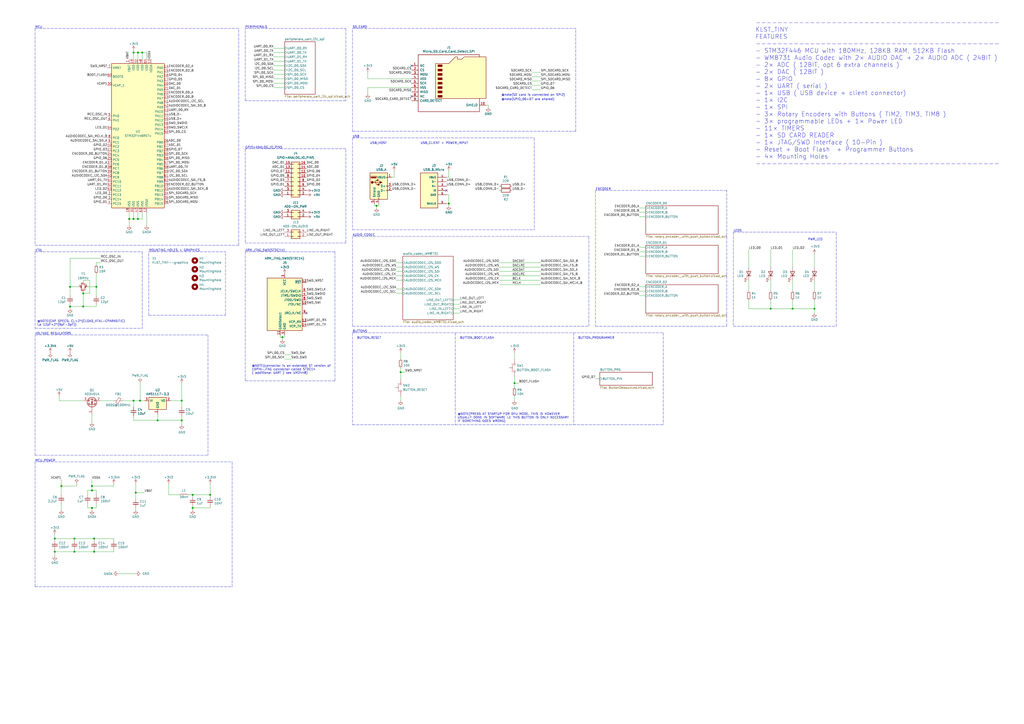
<source format=kicad_sch>
(kicad_sch (version 20231120) (generator "eeschema") (generator_version "8.0")
  (paper "A2")
  (title_block (title "KLST_TINY") (date "2021-05-01") (rev "0.2"))
  (junction (at 163.83 195.58))
  (junction (at 447.04 179.07))
  (junction (at 111.76 287.02))
  (junction (at 40.64 166.37))
  (junction (at 105.41 232.41))
  (junction (at 81.28 232.41))
  (junction (at 40.64 177.8))
  (junction (at 105.41 243.84))
  (junction (at 121.92 287.02))
  (junction (at 31.75 320.04))
  (junction (at 74.93 127))
  (junction (at 232.41 215.9))
  (junction (at 298.45 222.25))
  (junction (at 31.75 312.42))
  (junction (at 54.61 320.04))
  (junction (at 472.44 179.07))
  (junction (at 53.34 294.64))
  (junction (at 77.47 30.48))
  (junction (at 43.18 312.42))
  (junction (at 55.88 166.37))
  (junction (at 53.34 281.94))
  (junction (at 77.47 232.41))
  (junction (at 111.76 294.64))
  (junction (at 80.01 127))
  (junction (at 80.01 30.48))
  (junction (at 35.56 281.94))
  (junction (at 260.35 118.11))
  (junction (at 53.34 284.48))
  (junction (at 43.18 320.04))
  (junction (at 218.44 119.38))
  (junction (at 54.61 312.42))
  (junction (at 78.74 285.75))
  (junction (at 82.55 30.48))
  (junction (at 77.47 127))
  (junction (at 459.74 179.07))
  (junction (at 91.44 243.84))
  (junction (at 48.26 170.18))
  (junction (at 48.26 177.8))
  (no_connect (at 238.76 55.88))
  (no_connect (at 238.76 38.1))
  (no_connect (at 177.8 181.61))
  (no_connect (at 259.08 110.49))
  (wire (pts (xy 472.44 162.56) (xy 472.44 168.91)))
  (wire (pts (xy 82.55 127) (xy 80.01 127)))
  (wire (pts (xy 434.34 162.56) (xy 434.34 168.91)))
  (wire (pts (xy 80.01 30.48) (xy 82.55 30.48)))
  (wire (pts (xy 298.45 222.25) (xy 300.99 222.25)))
  (polyline (pts (xy 425.45 189.23) (xy 485.14 189.23)) (stroke (width 0) (type dash)))
  (wire (pts (xy 85.09 34.29) (xy 85.09 30.48)))
  (wire (pts (xy 229.87 157.48) (xy 233.68 157.48)))
  (wire (pts (xy 289.56 165.1) (xy 313.69 165.1)))
  (wire (pts (xy 48.26 162.56) (xy 52.07 162.56)))
  (wire (pts (xy 158.75 33.02) (xy 165.1 33.02)))
  (wire (pts (xy 217.17 119.38) (xy 218.44 119.38)))
  (wire (pts (xy 111.76 293.37) (xy 111.76 294.64)))
  (wire (pts (xy 459.74 179.07) (xy 447.04 179.07)))
  (polyline (pts (xy 204.47 16.51) (xy 334.01 16.51)) (stroke (width 0) (type dash)))
  (wire (pts (xy 298.45 232.41) (xy 298.45 229.87)))
  (polyline (pts (xy 421.64 110.49) (xy 345.44 110.49)) (stroke (width 0) (type dash)))
  (wire (pts (xy 232.41 215.9) (xy 232.41 213.36)))
  (wire (pts (xy 165.1 208.28) (xy 168.91 208.28)))
  (polyline (pts (xy 138.43 142.24) (xy 138.43 16.51)) (stroke (width 0) (type dash)))
  (polyline (pts (xy 204.47 137.16) (xy 204.47 189.23)) (stroke (width 0) (type dash)))
  (polyline (pts (xy 20.32 146.05) (xy 82.55 146.05)) (stroke (width 0) (type dash)))
  (wire (pts (xy 43.18 320.04) (xy 31.75 320.04)))
  (wire (pts (xy 259.08 113.03) (xy 260.35 113.03)))
  (wire (pts (xy 66.04 320.04) (xy 54.61 320.04)))
  (polyline (pts (xy 384.81 193.04) (xy 384.81 246.38)) (stroke (width 0) (type dash)))
  (wire (pts (xy 233.68 152.4) (xy 229.87 152.4)))
  (wire (pts (xy 370.84 168.91) (xy 374.65 168.91)))
  (wire (pts (xy 53.34 294.64) (xy 55.88 294.64)))
  (polyline (pts (xy 425.45 134.62) (xy 425.45 189.23)) (stroke (width 0) (type dash)))
  (wire (pts (xy 48.26 177.8) (xy 55.88 177.8)))
  (wire (pts (xy 260.35 118.11) (xy 260.35 119.38)))
  (wire (pts (xy 83.82 285.75) (xy 78.74 285.75)))
  (wire (pts (xy 77.47 232.41) (xy 81.28 232.41)))
  (wire (pts (xy 472.44 173.99) (xy 472.44 179.07)))
  (wire (pts (xy 53.34 245.11) (xy 53.34 240.03)))
  (wire (pts (xy 109.22 287.02) (xy 111.76 287.02)))
  (wire (pts (xy 370.84 143.51) (xy 374.65 143.51)))
  (wire (pts (xy 289.56 162.56) (xy 313.69 162.56)))
  (wire (pts (xy 370.84 166.37) (xy 374.65 166.37)))
  (wire (pts (xy 105.41 243.84) (xy 105.41 246.38)))
  (wire (pts (xy 289.56 152.4) (xy 313.69 152.4)))
  (wire (pts (xy 262.89 181.61) (xy 266.7 181.61)))
  (wire (pts (xy 459.74 162.56) (xy 459.74 168.91)))
  (wire (pts (xy 31.75 320.04) (xy 31.75 322.58)))
  (polyline (pts (xy 20.32 16.51) (xy 20.32 142.24)) (stroke (width 0) (type dash)))
  (wire (pts (xy 82.55 30.48) (xy 85.09 30.48)))
  (wire (pts (xy 298.45 218.44) (xy 298.45 222.25)))
  (wire (pts (xy 54.61 312.42) (xy 54.61 313.69)))
  (wire (pts (xy 40.64 149.86) (xy 40.64 166.37)))
  (wire (pts (xy 111.76 287.02) (xy 111.76 288.29)))
  (wire (pts (xy 35.56 281.94) (xy 35.56 287.02)))
  (wire (pts (xy 66.04 318.77) (xy 66.04 320.04)))
  (wire (pts (xy 434.34 173.99) (xy 434.34 179.07)))
  (wire (pts (xy 289.56 157.48) (xy 313.69 157.48)))
  (wire (pts (xy 53.34 284.48) (xy 53.34 281.94)))
  (wire (pts (xy 71.12 232.41) (xy 77.47 232.41)))
  (wire (pts (xy 232.41 229.87) (xy 232.41 232.41)))
  (wire (pts (xy 80.01 34.29) (xy 80.01 30.48)))
  (wire (pts (xy 213.36 54.61) (xy 213.36 50.8)))
  (wire (pts (xy 97.79 287.02) (xy 104.14 287.02)))
  (wire (pts (xy 55.88 294.64) (xy 55.88 292.1)))
  (wire (pts (xy 219.71 118.11) (xy 219.71 119.38)))
  (wire (pts (xy 238.76 45.72) (xy 213.36 45.72)))
  (wire (pts (xy 165.1 195.58) (xy 165.1 194.31)))
  (wire (pts (xy 43.18 312.42) (xy 54.61 312.42)))
  (wire (pts (xy 259.08 118.11) (xy 260.35 118.11)))
  (polyline (pts (xy 20.32 190.5) (xy 82.55 190.5)) (stroke (width 0) (type dash)))
  (polyline (pts (xy 200.66 16.51) (xy 200.66 58.42)) (stroke (width 0) (type dash)))
  (wire (pts (xy 77.47 241.3) (xy 77.47 243.84)))
  (wire (pts (xy 259.08 102.87) (xy 260.35 102.87)))
  (polyline (pts (xy 264.16 193.04) (xy 264.16 246.38)) (stroke (width 0) (type dash)))
  (wire (pts (xy 66.04 280.67) (xy 66.04 281.94)))
  (wire (pts (xy 50.8 284.48) (xy 50.8 287.02)))
  (wire (pts (xy 78.74 285.75) (xy 78.74 280.67)))
  (wire (pts (xy 50.8 294.64) (xy 50.8 292.1)))
  (polyline (pts (xy 120.65 194.31) (xy 120.65 264.16)) (stroke (width 0) (type dash)))
  (wire (pts (xy 34.29 232.41) (xy 34.29 229.87)))
  (polyline (pts (xy 345.44 110.49) (xy 345.44 189.23)) (stroke (width 0) (type dash)))
  (wire (pts (xy 50.8 166.37) (xy 55.88 166.37)))
  (wire (pts (xy 229.87 167.64) (xy 233.68 167.64)))
  (wire (pts (xy 40.64 171.45) (xy 40.64 166.37)))
  (polyline (pts (xy 334.01 76.2) (xy 334.01 16.51)) (stroke (width 0) (type dash)))
  (polyline (pts (xy 20.32 267.97) (xy 134.62 267.97)) (stroke (width 0) (type dash)))
  (polyline (pts (xy 200.66 58.42) (xy 142.24 58.42)) (stroke (width 0) (type dash)))
  (wire (pts (xy 308.61 46.99) (xy 313.69 46.99)))
  (wire (pts (xy 77.47 127) (xy 74.93 127)))
  (wire (pts (xy 165.1 205.74) (xy 168.91 205.74)))
  (wire (pts (xy 213.36 50.8) (xy 238.76 50.8)))
  (wire (pts (xy 266.7 179.07) (xy 262.89 179.07)))
  (wire (pts (xy 48.26 163.83) (xy 48.26 162.56)))
  (wire (pts (xy 158.75 35.56) (xy 165.1 35.56)))
  (polyline (pts (xy 20.32 340.36) (xy 134.62 340.36)) (stroke (width 0) (type dash)))
  (wire (pts (xy 163.83 195.58) (xy 163.83 196.85)))
  (wire (pts (xy 81.28 232.41) (xy 83.82 232.41)))
  (wire (pts (xy 370.84 120.65) (xy 374.65 120.65)))
  (wire (pts (xy 105.41 241.3) (xy 105.41 243.84)))
  (wire (pts (xy 74.93 127) (xy 74.93 123.19)))
  (wire (pts (xy 34.29 232.41) (xy 48.26 232.41)))
  (polyline (pts (xy 204.47 133.35) (xy 309.88 133.35)) (stroke (width 0) (type dash)))
  (wire (pts (xy 55.88 177.8) (xy 55.88 176.53)))
  (wire (pts (xy 54.61 312.42) (xy 66.04 312.42)))
  (wire (pts (xy 260.35 113.03) (xy 260.35 118.11)))
  (wire (pts (xy 43.18 318.77) (xy 43.18 320.04)))
  (wire (pts (xy 459.74 173.99) (xy 459.74 179.07)))
  (polyline (pts (xy 20.32 264.16) (xy 20.32 194.31)) (stroke (width 0) (type dash)))
  (wire (pts (xy 260.35 99.06) (xy 260.35 102.87)))
  (wire (pts (xy 228.6 102.87) (xy 228.6 99.06)))
  (wire (pts (xy 66.04 232.41) (xy 58.42 232.41)))
  (wire (pts (xy 77.47 243.84) (xy 91.44 243.84)))
  (polyline (pts (xy 309.88 80.01) (xy 309.88 133.35)) (stroke (width 0) (type dash)))
  (polyline (pts (xy 86.36 146.05) (xy 130.81 146.05)) (stroke (width 0) (type dash)))
  (wire (pts (xy 370.84 123.19) (xy 374.65 123.19)))
  (wire (pts (xy 52.07 162.56) (xy 52.07 170.18)))
  (wire (pts (xy 229.87 154.94) (xy 233.68 154.94)))
  (polyline (pts (xy 194.31 146.05) (xy 194.31 220.98)) (stroke (width 0) (type dash)))
  (polyline (pts (xy 142.24 86.36) (xy 142.24 140.97)) (stroke (width 0) (type dash)))
  (wire (pts (xy 370.84 171.45) (xy 374.65 171.45)))
  (polyline (pts (xy 204.47 76.2) (xy 204.47 16.51)) (stroke (width 0) (type dash)))
  (wire (pts (xy 105.41 236.22) (xy 105.41 232.41)))
  (polyline (pts (xy 20.32 146.05) (xy 20.32 190.5)) (stroke (width 0) (type dash)))
  (wire (pts (xy 121.92 293.37) (xy 121.92 294.64)))
  (wire (pts (xy 165.1 50.8) (xy 158.75 50.8)))
  (wire (pts (xy 158.75 40.64) (xy 165.1 40.64)))
  (polyline (pts (xy 345.44 189.23) (xy 421.64 189.23)) (stroke (width 0) (type dash)))
  (polyline (pts (xy 142.24 140.97) (xy 200.66 140.97)) (stroke (width 0) (type dash)))
  (wire (pts (xy 121.92 280.67) (xy 121.92 287.02)))
  (polyline (pts (xy 20.32 340.36) (xy 20.32 267.97)) (stroke (width 0) (type dash)))
  (polyline (pts (xy 142.24 16.51) (xy 200.66 16.51)) (stroke (width 0) (type dash)))
  (wire (pts (xy 54.61 320.04) (xy 43.18 320.04)))
  (polyline (pts (xy 421.64 189.23) (xy 421.64 110.49)) (stroke (width 0) (type dash)))
  (polyline (pts (xy 130.81 182.88) (xy 130.81 146.05)) (stroke (width 0) (type dash)))
  (wire (pts (xy 229.87 162.56) (xy 233.68 162.56)))
  (wire (pts (xy 31.75 312.42) (xy 43.18 312.42)))
  (wire (pts (xy 308.61 41.91) (xy 313.69 41.91)))
  (wire (pts (xy 78.74 294.64) (xy 78.74 295.91)))
  (polyline (pts (xy 485.14 189.23) (xy 485.14 134.62)) (stroke (width 0) (type dash)))
  (polyline (pts (xy 341.63 189.23) (xy 341.63 137.16)) (stroke (width 0) (type dash)))
  (polyline (pts (xy 194.31 220.98) (xy 142.24 220.98)) (stroke (width 0) (type dash)))
  (polyline (pts (xy 134.62 267.97) (xy 134.62 340.36)) (stroke (width 0) (type dash)))
  (wire (pts (xy 53.34 295.91) (xy 53.34 294.64)))
  (wire (pts (xy 55.88 166.37) (xy 55.88 171.45)))
  (wire (pts (xy 55.88 287.02) (xy 55.88 284.48)))
  (wire (pts (xy 40.64 177.8) (xy 48.26 177.8)))
  (wire (pts (xy 158.75 27.94) (xy 165.1 27.94)))
  (wire (pts (xy 91.44 240.03) (xy 91.44 243.84)))
  (polyline (pts (xy 86.36 182.88) (xy 130.81 182.88)) (stroke (width 0) (type dash)))
  (polyline (pts (xy 142.24 58.42) (xy 142.24 16.51)) (stroke (width 0) (type dash)))
  (wire (pts (xy 40.64 177.8) (xy 40.64 179.07)))
  (wire (pts (xy 48.26 168.91) (xy 48.26 170.18)))
  (polyline (pts (xy 200.66 140.97) (xy 200.66 86.36)) (stroke (width 0) (type dash)))
  (wire (pts (xy 308.61 44.45) (xy 313.69 44.45)))
  (wire (pts (xy 447.04 173.99) (xy 447.04 179.07)))
  (wire (pts (xy 472.44 179.07) (xy 472.44 181.61)))
  (wire (pts (xy 77.47 29.21) (xy 77.47 30.48)))
  (wire (pts (xy 213.36 45.72) (xy 213.36 41.91)))
  (polyline (pts (xy 204.47 193.04) (xy 384.81 193.04)) (stroke (width 0) (type dash)))
  (wire (pts (xy 53.34 281.94) (xy 66.04 281.94)))
  (wire (pts (xy 298.45 224.79) (xy 298.45 222.25)))
  (wire (pts (xy 40.64 166.37) (xy 45.72 166.37)))
  (polyline (pts (xy 204.47 193.04) (xy 204.47 246.38)) (stroke (width 0) (type dash)))
  (polyline (pts (xy 204.47 189.23) (xy 341.63 189.23)) (stroke (width 0) (type dash)))
  (wire (pts (xy 218.44 119.38) (xy 218.44 120.65)))
  (wire (pts (xy 370.84 125.73) (xy 374.65 125.73)))
  (wire (pts (xy 97.79 280.67) (xy 97.79 287.02)))
  (wire (pts (xy 232.41 208.28) (xy 232.41 204.47)))
  (wire (pts (xy 345.44 219.71) (xy 347.98 219.71)))
  (wire (pts (xy 82.55 123.19) (xy 82.55 127)))
  (polyline (pts (xy 20.32 16.51) (xy 138.43 16.51)) (stroke (width 0) (type dash)))
  (wire (pts (xy 163.83 195.58) (xy 165.1 195.58)))
  (polyline (pts (xy 200.66 86.36) (xy 142.24 86.36)) (stroke (width 0) (type dash)))
  (wire (pts (xy 80.01 127) (xy 77.47 127)))
  (polyline (pts (xy 20.32 194.31) (xy 120.65 194.31)) (stroke (width 0) (type dash)))
  (wire (pts (xy 31.75 318.77) (xy 31.75 320.04)))
  (wire (pts (xy 55.88 152.4) (xy 58.42 152.4)))
  (wire (pts (xy 217.17 118.11) (xy 217.17 119.38)))
  (wire (pts (xy 121.92 287.02) (xy 121.92 288.29)))
  (wire (pts (xy 43.18 312.42) (xy 43.18 313.69)))
  (wire (pts (xy 77.47 232.41) (xy 77.47 236.22)))
  (wire (pts (xy 77.47 123.19) (xy 77.47 127)))
  (polyline (pts (xy 20.32 264.16) (xy 120.65 264.16)) (stroke (width 0) (type dash)))
  (wire (pts (xy 370.84 146.05) (xy 374.65 146.05)))
  (polyline (pts (xy 142.24 146.05) (xy 194.31 146.05)) (stroke (width 0) (type dash)))
  (wire (pts (xy 35.56 295.91) (xy 35.56 292.1)))
  (wire (pts (xy 472.44 147.32) (xy 472.44 154.94)))
  (wire (pts (xy 31.75 309.88) (xy 31.75 312.42)))
  (wire (pts (xy 55.88 284.48) (xy 53.34 284.48)))
  (wire (pts (xy 158.75 48.26) (xy 165.1 48.26)))
  (wire (pts (xy 55.88 166.37) (xy 55.88 158.75)))
  (wire (pts (xy 447.04 144.78) (xy 447.04 154.94)))
  (polyline (pts (xy 204.47 76.2) (xy 334.01 76.2)) (stroke (width 0) (type dash)))
  (wire (pts (xy 232.41 215.9) (xy 234.95 215.9)))
  (wire (pts (xy 447.04 162.56) (xy 447.04 168.91)))
  (wire (pts (xy 78.74 285.75) (xy 78.74 289.56)))
  (polyline (pts (xy 341.63 137.16) (xy 204.47 137.16)) (stroke (width 0) (type dash)))
  (wire (pts (xy 85.09 130.81) (xy 85.09 123.19)))
  (wire (pts (xy 289.56 154.94) (xy 313.69 154.94)))
  (wire (pts (xy 262.89 176.53) (xy 266.7 176.53)))
  (wire (pts (xy 158.75 45.72) (xy 165.1 45.72)))
  (wire (pts (xy 162.56 195.58) (xy 163.83 195.58)))
  (wire (pts (xy 434.34 179.07) (xy 447.04 179.07)))
  (wire (pts (xy 162.56 194.31) (xy 162.56 195.58)))
  (wire (pts (xy 31.75 312.42) (xy 31.75 313.69)))
  (wire (pts (xy 58.42 149.86) (xy 40.64 149.86)))
  (wire (pts (xy 229.87 170.18) (xy 233.68 170.18)))
  (wire (pts (xy 77.47 30.48) (xy 80.01 30.48)))
  (wire (pts (xy 459.74 144.78) (xy 459.74 154.94)))
  (polyline (pts (xy 142.24 146.05) (xy 142.24 220.98)) (stroke (width 0) (type dash)))
  (wire (pts (xy 121.92 294.64) (xy 111.76 294.64)))
  (wire (pts (xy 262.89 173.99) (xy 266.7 173.99)))
  (wire (pts (xy 289.56 160.02) (xy 313.69 160.02)))
  (wire (pts (xy 66.04 312.42) (xy 66.04 313.69)))
  (polyline (pts (xy 20.32 142.24) (xy 138.43 142.24)) (stroke (width 0) (type dash)))
  (wire (pts (xy 227.33 102.87) (xy 228.6 102.87)))
  (wire (pts (xy 105.41 222.25) (xy 105.41 232.41)))
  (wire (pts (xy 370.84 148.59) (xy 374.65 148.59)))
  (wire (pts (xy 77.47 30.48) (xy 77.47 34.29)))
  (wire (pts (xy 111.76 294.64) (xy 111.76 295.91)))
  (wire (pts (xy 80.01 127) (xy 80.01 123.19)))
  (wire (pts (xy 308.61 49.53) (xy 313.69 49.53)))
  (wire (pts (xy 434.34 144.78) (xy 434.34 154.94)))
  (wire (pts (xy 229.87 160.02) (xy 233.68 160.02)))
  (wire (pts (xy 68.58 332.74) (xy 78.74 332.74)))
  (wire (pts (xy 35.56 281.94) (xy 44.45 281.94)))
  (wire (pts (xy 459.74 179.07) (xy 472.44 179.07)))
  (wire (pts (xy 281.94 60.96) (xy 283.21 60.96)))
  (wire (pts (xy 298.45 204.47) (xy 298.45 208.28)))
  (wire (pts (xy 99.06 232.41) (xy 105.41 232.41)))
  (wire (pts (xy 308.61 52.07) (xy 313.69 52.07)))
  (wire (pts (xy 82.55 30.48) (xy 82.55 34.29)))
  (wire (pts (xy 52.07 170.18) (xy 48.26 170.18)))
  (wire (pts (xy 283.21 60.96) (xy 283.21 62.23)))
  (polyline (pts (xy 204.47 246.38) (xy 384.81 246.38)) (stroke (width 0) (type dash)))
  (wire (pts (xy 53.34 284.48) (xy 50.8 284.48)))
  (wire (pts (xy 81.28 222.25) (xy 81.28 232.41)))
  (wire (pts (xy 105.41 243.84) (xy 91.44 243.84)))
  (wire (pts (xy 35.56 278.13) (xy 35.56 281.94)))
  (polyline (pts (xy 204.47 80.01) (xy 204.47 133.35)) (stroke (width 0) (type dash)))
  (wire (pts (xy 44.45 281.94) (xy 44.45 280.67)))
  (wire (pts (xy 55.88 152.4) (xy 55.88 153.67)))
  (wire (pts (xy 48.26 170.18) (xy 48.26 177.8)))
  (wire (pts (xy 54.61 318.77) (xy 54.61 320.04)))
  (polyline (pts (xy 332.74 193.04) (xy 332.74 246.38)) (stroke (width 0) (type dash)))
  (wire (pts (xy 74.93 127) (xy 74.93 130.81)))
  (polyline (pts (xy 425.45 134.62) (xy 485.14 134.62)) (stroke (width 0) (type dash)))
  (wire (pts (xy 232.41 215.9) (xy 232.41 219.71)))
  (polyline (pts (xy 82.55 146.05) (xy 82.55 190.5)) (stroke (width 0) (type dash)))
  (wire (pts (xy 219.71 119.38) (xy 218.44 119.38)))
  (wire (pts (xy 53.34 281.94) (xy 53.34 278.13)))
  (wire (pts (xy 111.76 287.02) (xy 121.92 287.02)))
  (wire (pts (xy 158.75 43.18) (xy 165.1 43.18)))
  (wire (pts (xy 40.64 176.53) (xy 40.64 177.8)))
  (polyline (pts (xy 204.47 80.01) (xy 309.88 80.01)) (stroke (width 0) (type dash)))
  (polyline (pts (xy 86.36 182.88) (xy 86.36 146.05)) (stroke (width 0) (type dash)))
  (wire (pts (xy 158.75 30.48) (xy 165.1 30.48)))
  (wire (pts (xy 158.75 38.1) (xy 165.1 38.1)))
  (wire (pts (xy 50.8 294.64) (xy 53.34 294.64)))
  (text "USB_HOST" (at 214.63 83.82 0) (effects (font (size 1.27 1.27)) (justify left bottom)))
  (text "PWR_LED" (at 468.63 139.7 0) (effects (font (size 1.27 1.27)) (justify left bottom)))
  (text "BUTTON_PROGRAMMER" (at 335.28 196.85 0) (effects (font (size 1.27 1.27)) (justify left bottom)))
  (text "ARM_JTAG_SWD(STDC14)" (at 142.24 146.05 0) (effects (font (size 1.27 1.27)) (justify left bottom)))
  (text "AUDIO CODEC" (at 204.47 137.16 0) (effects (font (size 1.27 1.27)) (justify left bottom)))
  (text "BUTTONS" (at 204.47 193.04 0) (effects (font (size 1.27 1.27)) (justify left bottom)))
  (text "@note(GPIO_06+07 are shared)" (at 290.83 58.42 0) (effects (font (size 1.27 1.27)) (justify left bottom)))
  (text "PERIPHERALS" (at 142.24 16.51 0) (effects (font (size 1.27 1.27)) (justify left bottom)))
  (text "USB_CLIENT + POWER_INPUT" (at 243.84 83.82 0) (effects (font (size 1.27 1.27)) (justify left bottom)))
  (text "ENCODER" (at 345.44 110.49 0) (effects (font (size 1.27 1.27)) (justify left bottom)))
  (text "XTAL" (at 20.32 146.05 0) (effects (font (size 1.27 1.27)) (justify left bottom)))
  (text "BUTTON_RESET" (at 207.01 196.85 0) (effects (font (size 1.27 1.27)) (justify left bottom)))
  (text "USB" (at 204.47 80.01 0) (effects (font (size 1.27 1.27)) (justify left bottom)))
  (text "MCU_POWER" (at 20.32 267.97 0) (effects (font (size 1.27 1.27)) (justify left bottom)))
  (text "BUTTON_BOOT_FLASH" (at 266.7 196.85 0) (effects (font (size 1.27 1.27)) (justify left bottom)))
  (text "SD_CARD" (at 204.47 16.51 0) (effects (font (size 1.27 1.27)) (justify left bottom)))
  (text "MOUNTING HOLES + GRAPHICS" (at 86.36 146.05 0) (effects (font (size 1.27 1.27)) (justify left bottom)))
  (text "@note(SD card is connected on SPI2)" (at 290.83 55.88 0) (effects (font (size 1.27 1.27)) (justify left bottom)))
  (text "MCU" (at 20.32 16.51 0) (effects (font (size 1.27 1.27)) (justify left bottom)))
  (text "GPIO+ANALOG_IO_PINS" (at 142.24 86.36 0) (effects (font (size 1.27 1.27)) (justify left bottom)))
  (text "@NOTE(connector is an extended ST version of \n10PIN-JTAG connector called STDC14 \n( additional UART ) see UM2448)" (at 146.05 217.17 0) (effects (font (size 1.27 1.27)) (justify left bottom)))
  (text "VOLTAGE REGULATORS" (at 20.32 194.31 0) (effects (font (size 1.27 1.27)) (justify left bottom)))
  (text "---------------------------------------------\nKLST_TINY\nFEATURES\n---------------------------------------------\n- STM32F446 MCU with 180MHz, 128KB RAM, 512KB Flash\n- WM8731 Audio Codec with 2× AUDIO DAC + 2× AUDIO ADC ( 24BIT )\n- 2× ADC ( 12BIT, opt 6 extra channels )\n- 2× DAC ( 12BIT )\n- 8× GPIO\n- 2× UART ( serial )\n- 1× USB ( USB device + client connector)\n- 1× I2C \n- 1× SPI \n- 3× Rotary Encoders with Buttons ( TIM2, TIM3, TIM8 )\n- 3× programmable LEDs + 1× Power LED\n- 11× TIMERS\n- 1× SD CARD READER\n- 1× JTAG/SWD Interface ( 10-Pin )\n- Reset + Boot Flash  + Programmer Buttons\n- 4× Mounting Holes\n---------------------------------------------" (at 438.15 96.52 0) (effects (font (size 2.54 2.54)) (justify left bottom)))
  (text "@NOTE(PRESS AT STARTUP FOR DFU MODE. THIS IS HOWEVER \nUSUALLY DONE IN SOFTWARE I.E THIS BUTTON IS ONLY NECESSARY \nIF SOMETHING GOES WRONG)" (at 265.43 245.11 0) (effects (font (size 1.27 1.27)) (justify left bottom)))
  (text "@NOTE(CAP SPECS: CL=2*(CLOAD_XTAL-CPARASITIC)\ni.e 12pF=2*(9pF-3pF))" (at 21.59 189.23 0) (effects (font (size 1.27 1.27)) (justify left bottom)))
  (text "LEDS" (at 425.45 134.62 0) (effects (font (size 1.27 1.27)) (justify left bottom)))
  (label "I2C_00_SCL" (at 97.79 102.87 0))
  (label "ENCODER_02_B" (at 97.79 41.91 0))
  (label "SWD_SWCLK" (at 177.8 168.91 0))
  (label "USB_CONN_D-" (at 227.33 110.49 0))
  (label "ENCODER_02_A" (at 370.84 166.37 180))
  (label "SDCARD_CARD_DETECT" (at 238.76 58.42 180))
  (label "GPIO_01" (at 165.1 107.95 180))
  (label "LED_00" (at 62.23 113.03 180))
  (label "SDCARD_MOSI" (at 238.76 43.18 180))
  (label "GPIO_02" (at 62.23 85.09 180))
  (label "USB_D+" (at 297.18 107.95 0))
  (label "SWD_SWCLK" (at 97.79 74.93 0))
  (label "ENCODER_01_BUTTON" (at 62.23 100.33 180))
  (label "SPI_00_MOSI" (at 158.75 48.26 180))
  (label "AUDIOCODEC_SAI_SCK_B" (at 97.79 110.49 0))
  (label "AUDIOCODEC_SAI_SD_B" (at 313.69 152.4 0))
  (label "ADC_01" (at 97.79 85.09 0))
  (label "GPIO_04" (at 177.8 102.87 0))
  (label "GPIO_03" (at 62.23 87.63 180))
  (label "I2C_00_SDA" (at 97.79 100.33 0))
  (label "GPIO_06" (at 177.8 100.33 0))
  (label "AUDIOCODEC_I2C_SDA" (at 229.87 167.64 180))
  (label "AUDIOCODEC_SAI_SD_A" (at 313.69 157.48 0))
  (label "AUDIOCODEC_SAI_SD_A" (at 62.23 82.55 180))
  (label "ENCODER_00_BUTTON" (at 62.23 90.17 180))
  (label "SPI_SDCARD_MISO" (at 313.69 46.99 0))
  (label "DAC_00" (at 97.79 49.53 0))
  (label "ENCODER_02_BUTTON" (at 370.84 171.45 180))
  (label "DAC_01" (at 97.79 52.07 0))
  (label "UART_01_RX" (at 177.8 186.69 0))
  (label "RCC_OSC_OUT" (at 62.23 69.85 180))
  (label "I2C_00_SDA" (at 158.75 38.1 180))
  (label "UART_01_TX" (at 62.23 105.41 180))
  (label "GPIO_00" (at 62.23 115.57 180))
  (label "SDCARD_CS" (at 308.61 49.53 180))
  (label "ADC_00" (at 177.8 97.79 0))
  (label "RCC_OSC_IN" (at 62.23 67.31 180))
  (label "AUDIOCODEC_I2S_CK" (at 289.56 162.56 180))
  (label "SDCARD_SCK" (at 238.76 48.26 180))
  (label "USB_D+" (at 97.79 69.85 0))
  (label "GPIO_05" (at 165.1 102.87 180))
  (label "ADCLRC" (at 297.18 160.02 0))
  (label "VBAT" (at 83.82 285.75 0))
  (label "USB_CONN_D-" (at 289.56 110.49 180))
  (label "ADC_01" (at 165.1 97.79 180))
  (label "AUDIOCODEC_SAI_FS_B" (at 313.69 154.94 0))
  (label "SWD_SWO" (at 177.8 173.99 0))
  (label "GPIO_05" (at 97.79 46.99 0))
  (label "ENCODER_00_A" (at 370.84 120.65 180))
  (label "LINE_IN_RIGHT" (at 266.7 181.61 0))
  (label "GPIO_04" (at 97.79 44.45 0))
  (label "SPI_00_MOSI" (at 97.79 95.25 0))
  (label "SPI_00_CS" (at 158.75 50.8 180))
  (label "LINE_OUT_RIGHT" (at 177.8 137.16 0))
  (label "AUDIOCODEC_I2S_SDO" (at 229.87 152.4 180))
  (label "USB_D-" (at 297.18 110.49 0))
  (label "USB_CONN_D+" (at 259.08 107.95 0))
  (label "SDCARD_MISO" (at 308.61 46.99 180))
  (label "AUDIOCODEC_I2S_SDI" (at 229.87 157.48 180))
  (label "DACDAT" (at 297.18 152.4 0))
  (label "BOOT_FLASH" (at 300.99 222.25 0))
  (label "SDCARD_MISO" (at 238.76 53.34 180))
  (label "MCLK" (at 297.18 165.1 0))
  (label "DAC_01" (at 165.1 95.25 180))
  (label "AUDIOCODEC_I2S_WS" (at 289.56 154.94 180))
  (label "SWD_NRST" (at 62.23 39.37 180))
  (label "GPIO_06" (at 62.23 92.71 180))
  (label "AUDIOCODEC_SAI_SCK_B" (at 313.69 162.56 0))
  (label "VCAP1" (at 35.56 278.13 180))
  (label "VDDA" (at 87.63 34.29 90))
  (label "SPI_00_CS" (at 165.1 205.74 180))
  (label "SPI_SDCARD_MISO" (at 97.79 115.57 0))
  (label "SPI_SDCARD_SCK" (at 97.79 113.03 0))
  (label "RCC_OSC_OUT" (at 58.42 152.4 0))
  (label "LINE_OUT_LEFT" (at 266.7 173.99 0))
  (label "LED_02" (at 62.23 110.49 180))
  (label "LINE_IN_LEFT" (at 266.7 179.07 0))
  (label "BCLK" (at 297.18 162.56 0))
  (label "USB_CONN_D-" (at 259.08 105.41 0))
  (label "USB_CONN_D+" (at 227.33 107.95 0))
  (label "GPIO_00" (at 177.8 107.95 0))
  (label "UART_01_RX" (at 62.23 107.95 180))
  (label "LINE_OUT_RIGHT" (at 266.7 176.53 0))
  (label "LED_02" (at 459.74 144.78 0))
  (label "LINE_OUT_LEFT" (at 165.1 137.16 180))
  (label "UART_00_RX" (at 158.75 27.94 180))
  (label "LED_00" (at 434.34 144.78 0))
  (label "ENCODER_01_B" (at 370.84 146.05 180))
  (label "AUDIOCODEC_I2S_WS" (at 229.87 154.94 180))
  (label "AUDIOCODEC_SAI_MCLK_B" (at 313.69 165.1 0))
  (label "GPIO_01" (at 62.23 118.11 180))
  (label "SPI_SDCARD_SCK" (at 313.69 41.91 0))
  (label "ENCODER_01_B" (at 62.23 97.79 180))
  (label "SPI_00_SCK" (at 158.75 43.18 180))
  (label "VDDA" (at 53.34 278.13 0))
  (label "UART_00_TX" (at 158.75 30.48 180))
  (label "UART_00_TX" (at 97.79 97.79 0))
  (label "AUDIOCODEC_SAI_SD_B" (at 97.79 62.23 0))
  (label "RCC_OSC_IN" (at 58.42 149.86 0))
  (label "SPI_00_MISO" (at 158.75 45.72 180))
  (label "LED_01" (at 62.23 74.93 180))
  (label "LINE_IN_LEFT" (at 165.1 134.62 180))
  (label "VBAT" (at 74.93 34.29 90))
  (label "AUDIOCODEC_I2S_SDO" (at 289.56 152.4 180))
  (label "AUDIOCODEC_I2C_SCL" (at 229.87 170.18 180))
  (label "SDCARD_CARD_DETECT" (at 308.61 52.07 180))
  (label "GPIO_06" (at 313.69 52.07 0))
  (label "ENCODER_01_A" (at 62.23 95.25 180))
  (label "SWD_SWI" (at 177.8 176.53 0))
  (label "AUDIOCODEC_I2S_WS" (at 289.56 160.02 180))
  (label "AUDIOCODEC_SAI_FS_B" (at 313.69 160.02 0))
  (label "AUDIOCODEC_I2C_SCL" (at 97.79 59.69 0))
  (label "ADCDAT" (at 297.18 157.48 0))
  (label "ENCODER_02_B" (at 370.84 168.91 180))
  (label "SPI_SDCARD_MOSI" (at 313.69 44.45 0))
  (label "AUDIOCODEC_I2S_SDI" (at 289.56 157.48 180))
  (label "LINE_IN_RIGHT" (at 177.8 134.62 0))
  (label "UART_01_TX" (at 177.8 189.23 0))
  (label "AUDIOCODEC_SAI_FS_B" (at 97.79 105.41 0))
  (label "ENCODER_01_BUTTON" (at 370.84 148.59 180))
  (label "SPI_00_SCK" (at 97.79 90.17 0))
  (label "AUDIOCODEC_I2S_MCK" (at 229.87 162.56 180))
  (label "UART_01_RX" (at 158.75 33.02 180))
  (label "SDCARD_SCK" (at 308.61 41.91 180))
  (label "GPIO_07" (at 345.44 219.71 180))
  (label "LED_01" (at 447.04 144.78 0))
  (label "BOOT_FLASH" (at 62.23 44.45 180))
  (label "ENCODER_00_A" (at 97.79 54.61 0))
  (label "SDCARD_MOSI" (at 308.61 44.45 180))
  (label "GPIO_07" (at 165.1 100.33 180))
  (label "SWD_NRST" (at 234.95 215.9 0))
  (label "SPI_00_SCK" (at 165.1 208.28 180))
  (label "SWD_SWI" (at 168.91 205.74 0))
  (label "SPI_SDCARD_MOSI" (at 97.79 118.11 0))
  (label "UART_00_RX" (at 97.79 64.77 0))
  (label "GPIO_07" (at 97.79 87.63 0))
  (label "SWD_NRST" (at 177.8 163.83 0))
  (label "SDCARD_CS" (at 238.76 40.64 180))
  (label "GPIO_03" (at 165.1 105.41 180))
  (label "AUDIOCODEC_I2S_CK" (at 229.87 160.02 180))
  (label "GPIO_02" (at 177.8 105.41 0))
  (label "UART_01_TX" (at 158.75 35.56 180))
  (label "USB_D-" (at 97.79 67.31 0))
  (label "ENCODER_00_B" (at 370.84 123.19 180))
  (label "ENCODER_02_A" (at 97.79 39.37 0))
  (label "VCAP1" (at 62.23 49.53 180))
  (label "ENCODER_00_B" (at 97.79 57.15 0))
  (label "AUDIOCODEC_I2S_MCK" (at 289.56 165.1 180))
  (label "ENCODER_02_BUTTON" (at 97.79 107.95 0))
  (label "SPI_00_CS" (at 97.79 77.47 0))
  (label "AUDIOCODEC_SAI_MCLK_B" (at 62.23 80.01 180))
  (label "AUDIOCODEC_I2C_SDA" (at 62.23 102.87 180))
  (label "SWD_SWDIO" (at 177.8 171.45 0))
  (label "SWD_SWO" (at 168.91 208.28 0))
  (label "I2C_00_SCL" (at 158.75 40.64 180))
  (label "ENCODER_00_BUTTON" (at 370.84 125.73 180))
  (label "USB_CONN_D+" (at 289.56 107.95 180))
  (label "DAC_00" (at 177.8 95.25 0))
  (label "SWD_SWDIO" (at 97.79 72.39 0))
  (label "ADC_00" (at 97.79 82.55 0))
  (label "ENCODER_01_A" (at 370.84 143.51 180))
  (label "SPI_00_MISO" (at 97.79 92.71 0))
  (label "GPIO_07" (at 313.69 49.53 0))
  (label "DACLRC" (at 297.18 154.94 0))
  (symbol (lib_id "Connector:USB_A") (at 219.71 107.95 0) (unit 1)
    (property "Reference" "J2" (at 221.1578 96.0882 0))
    (property "Value" "USB_A" (at 221.1578 98.3996 0))
    (property "Footprint" "Connector_USB:USB_A_Molex_67643_Horizontal" (effects (hide yes)))
    (property "Datasheet" "https://datasheet.lcsc.com/szlcsc/1912111437_MOLEX-676432911_C293351.pdf" (effects (hide yes)))
    (property "MFR.Part #" "676432911" (effects (hide yes)))
    (property "LCSC Part #" "C293351" (effects (hide yes)))
    (property "Extended Part" "x" (effects (hide yes)))
  )
  (symbol (lib_id "KLST_TINY-rescue:GND-power") (at 105.41 246.38 0) (unit 1)
    (property "Reference" "#PWR028" (effects (hide yes)))
    (property "Value" "GND" (at 105.537 250.7742 0))
  )
  (symbol (lib_id "KLST_TINY-rescue:+5V-power") (at 34.29 229.87 0) (unit 1)
    (property "Reference" "#PWR024" (effects (hide yes)))
    (property "Value" "+5V" (at 34.29 226.06 0))
  )
  (symbol (lib_id "Switch:SW_Push") (at 232.41 224.79 90) (unit 1)
    (property "Reference" "SW2" (at 233.68 223.52 90) (effects (justify right)))
    (property "Value" "BUTTON_RESET" (at 233.68 226.06 90) (effects (justify right)))
    (property "Footprint" "Button_Switch_SMD:SW_Push_SPST_NO_Alps_SKRK" (effects (hide yes)))
    (property "MFR.Part #" "SKRKAEE020" (effects (hide yes)))
    (property "LCSC Part #" "C115357" (effects (hide yes)))
    (property "Extended Part" "x" (effects (hide yes)))
  )
  (symbol (lib_id "Mechanical:MountingHole") (at 113.03 151.13 0) (unit 1)
    (property "Reference" "H1" (at 115.57 149.9616 0) (effects (justify left)))
    (property "Value" "MountingHole" (at 115.57 152.273 0) (effects (justify left)))
    (property "Footprint" "MountingHole:MountingHole_3.2mm_M3_Pad_Via" (effects (hide yes)))
    (property "MFR.Part #" "DNF" (effects (hide yes)))
    (property "Extended Part" "-" (effects (hide yes)))
    (property "LCSC Part #" "DNF" (effects (hide yes)))
  )
  (symbol (lib_id "Mechanical:MountingHole") (at 113.03 156.21 0) (unit 1)
    (property "Reference" "H2" (at 115.57 155.0416 0) (effects (justify left)))
    (property "Value" "MountingHole" (at 115.57 157.353 0) (effects (justify left)))
    (property "Footprint" "MountingHole:MountingHole_3.2mm_M3_Pad_Via" (effects (hide yes)))
    (property "MFR.Part #" "DNF" (effects (hide yes)))
    (property "Extended Part" "-" (effects (hide yes)))
    (property "LCSC Part #" "DNF" (effects (hide yes)))
  )
  (symbol (lib_id "Mechanical:MountingHole") (at 113.03 161.29 0) (unit 1)
    (property "Reference" "H3" (at 115.57 160.1216 0) (effects (justify left)))
    (property "Value" "MountingHole" (at 115.57 162.433 0) (effects (justify left)))
    (property "Footprint" "MountingHole:MountingHole_3.2mm_M3_Pad_Via" (effects (hide yes)))
    (property "MFR.Part #" "DNF" (effects (hide yes)))
    (property "Extended Part" "-" (effects (hide yes)))
    (property "LCSC Part #" "DNF" (effects (hide yes)))
  )
  (symbol (lib_id "Mechanical:MountingHole") (at 113.03 166.37 0) (unit 1)
    (property "Reference" "H4" (at 115.57 165.2016 0) (effects (justify left)))
    (property "Value" "MountingHole" (at 115.57 167.513 0) (effects (justify left)))
    (property "Footprint" "MountingHole:MountingHole_3.2mm_M3_Pad_Via" (effects (hide yes)))
    (property "MFR.Part #" "DNF" (effects (hide yes)))
    (property "Extended Part" "-" (effects (hide yes)))
    (property "LCSC Part #" "DNF" (effects (hide yes)))
  )
  (symbol (lib_id "Device:R_Small") (at 232.41 210.82 180) (unit 1)
    (property "Reference" "R8" (at 233.9086 209.6516 0) (effects (justify right)))
    (property "Value" "10K" (at 233.9086 211.963 0) (effects (justify right)))
    (property "Footprint" "Resistor_SMD:R_0402_1005Metric" (effects (hide yes)))
    (property "MFR.Part #" "0402WGF1002TCE" (effects (hide yes)))
    (property "LCSC Part #" "C25744" (effects (hide yes)))
    (property "Extended Part" "-" (effects (hide yes)))
  )
  (symbol (lib_id "Device:R_Small") (at 55.88 156.21 0) (unit 1)
    (property "Reference" "R3" (at 57.3786 155.0416 0) (effects (justify left)))
    (property "Value" "10R" (at 57.3786 157.353 0) (effects (justify left)))
    (property "Footprint" "Resistor_SMD:R_0402_1005Metric" (effects (hide yes)))
    (property "MFR.Part #" "0402WGF100JTCE" (effects (hide yes)))
    (property "LCSC Part #" "C25077" (effects (hide yes)))
    (property "Extended Part" "-" (effects (hide yes)))
  )
  (symbol (lib_id "Device:R_Small") (at 298.45 227.33 180) (unit 1)
    (property "Reference" "R9" (at 299.9486 226.1616 0) (effects (justify right)))
    (property "Value" "10K" (at 299.9486 228.473 0) (effects (justify right)))
    (property "Footprint" "Resistor_SMD:R_0402_1005Metric" (effects (hide yes)))
    (property "MFR.Part #" "0402WGF1002TCE" (effects (hide yes)))
    (property "LCSC Part #" "C25744" (effects (hide yes)))
    (property "Extended Part" "-" (effects (hide yes)))
  )
  (symbol (lib_id "KLST_TINY-rescue:GNDA-power") (at 85.09 130.81 0) (unit 1)
    (property "Reference" "#PWR014" (effects (hide yes)))
    (property "Value" "GNDA" (at 85.09 134.62 0))
  )
  (symbol (lib_id "KLST_TINY-rescue:GND-power") (at 74.93 130.81 0) (unit 1)
    (property "Reference" "#PWR013" (effects (hide yes)))
    (property "Value" "GND" (at 74.93 134.62 0))
  )
  (symbol (lib_id "KLST_TINY-rescue:STM32F446RETx-MCU_ST_STM32F4") (at 80.01 77.47 0) (unit 1)
    (property "Reference" "U1" (at 80.01 76.2 0))
    (property "Value" "STM32F446RETx" (at 80.01 78.74 0))
    (property "Footprint" "Package_QFP:LQFP-64_10x10mm_P0.5mm" (effects (hide yes)))
    (property "Datasheet" "http://www.st.com/st-web-ui/static/active/en/resource/technical/document/datasheet/DM00141306.pdf" (effects (hide yes)))
    (property "LCSC Part #" "C69336" (effects (hide yes)))
    (property "MFR.Part #" "STM32F446RET6" (effects (hide yes)))
    (property "Extended Part" "x" (effects (hide yes)))
  )
  (symbol (lib_id "Device:C_Small") (at 35.56 289.56 0) (mirror y) (unit 1)
    (property "Reference" "C6" (at 33.2232 288.3916 0) (effects (justify left)))
    (property "Value" "2.2uF" (at 33.2232 290.703 0) (effects (justify left)))
    (property "Footprint" "Capacitor_SMD:C_0603_1608Metric" (effects (hide yes)))
    (property "MFR.Part #" "CL10A225KO8NNNC" (effects (hide yes)))
    (property "LCSC Part #" "C23630" (effects (hide yes)))
    (property "Extended Part" "-" (effects (hide yes)))
  )
  (symbol (lib_id "KLST_TINY-rescue:GND-power") (at 35.56 295.91 0) (unit 1)
    (property "Reference" "#PWR033" (effects (hide yes)))
    (property "Value" "GND" (at 35.56 299.72 0))
  )
  (symbol (lib_id "Switch:SW_Push") (at 298.45 213.36 90) (unit 1)
    (property "Reference" "SW1" (at 299.72 212.09 90) (effects (justify right)))
    (property "Value" "BUTTON_BOOT_FLASH" (at 299.72 214.63 90) (effects (justify right)))
    (property "Footprint" "Button_Switch_SMD:SW_Push_SPST_NO_Alps_SKRK" (effects (hide yes)))
    (property "MFR.Part #" "SKRKAEE020" (effects (hide yes)))
    (property "LCSC Part #" "C115357" (effects (hide yes)))
    (property "Extended Part" "x" (effects (hide yes)))
  )
  (symbol (lib_id "USB_B_Micro_MICROXNJ:MICROXNJ") (at 248.92 110.49 0) (mirror y) (unit 1)
    (property "Reference" "J3" (at 251.6378 96.0882 0))
    (property "Value" "USB_B_Micro" (at 251.6378 98.3996 0))
    (property "Footprint" "KLST_TINY:SHOUHAN_MICROXNJ" (effects (hide yes)))
    (property "Datasheet" "https://datasheet.lcsc.com/szlcsc/1912111437_SHOU-HAN-MicroXNJ_C404969.pdf" (effects (hide yes)))
    (property "MFR.Part #" "MicroXNJ" (effects (hide yes)))
    (property "LCSC Part #" "C404969" (effects (hide yes)))
    (property "Extended Part" "x" (effects (hide yes)))
  )
  (symbol (lib_id "KLST_TINY-rescue:+5V-power") (at 260.35 99.06 0) (unit 1)
    (property "Reference" "#PWR06" (effects (hide yes)))
    (property "Value" "+5V" (at 260.35 95.25 0))
  )
  (symbol (lib_id "Connector_Generic:Conn_02x02_Odd_Even") (at 170.18 125.73 0) (mirror x) (unit 1)
    (property "Reference" "J11" (at 171.45 117.475 0))
    (property "Value" "ADD-ON_PWR" (at 171.45 119.7864 0))
    (property "Footprint" "Connector_PinHeader_2.54mm:PinHeader_2x02_P2.54mm_Vertical" (effects (hide yes)))
    (property "LCSC Part #" "DNF" (effects (hide yes)))
    (property "MFR.Part #" "DNF" (effects (hide yes)))
  )
  (symbol (lib_id "KLST_TINY-rescue:GND-power") (at 260.35 119.38 0) (unit 1)
    (property "Reference" "#PWR08" (effects (hide yes)))
    (property "Value" "GND" (at 260.35 123.19 0))
  )
  (symbol (lib_id "KLST_TINY-rescue:GND-power") (at 165.1 125.73 270) (unit 1)
    (property "Reference" "#PWR066" (effects (hide yes)))
    (property "Value" "GND" (at 162.56 125.73 90) (effects (justify right)))
  )
  (symbol (lib_id "KLST_TINY-rescue:GND-power") (at 165.1 123.19 270) (unit 1)
    (property "Reference" "#PWR064" (effects (hide yes)))
    (property "Value" "GND" (at 162.56 123.19 90) (effects (justify right)))
  )
  (symbol (lib_id "KLST_TINY-rescue:+5V-power") (at 177.8 125.73 270) (unit 1)
    (property "Reference" "#PWR068" (effects (hide yes)))
    (property "Value" "+5V" (at 181.61 125.73 90) (effects (justify left)))
  )
  (symbol (lib_id "KLST_TINY-rescue:+3V3-power") (at 177.8 123.19 270) (unit 1)
    (property "Reference" "#PWR065" (effects (hide yes)))
    (property "Value" "+3V3" (at 180.34 123.19 90) (effects (justify left)))
  )
  (symbol (lib_id "Connector_Generic:Conn_02x02_Odd_Even") (at 170.18 137.16 0) (mirror x) (unit 1)
    (property "Reference" "J13" (at 171.45 128.905 0))
    (property "Value" "ADD-ON_AUDIO" (at 171.45 131.2164 0))
    (property "Footprint" "Connector_PinHeader_2.54mm:PinHeader_2x02_P2.54mm_Vertical" (effects (hide yes)))
    (property "LCSC Part #" "DNF" (effects (hide yes)))
    (property "MFR.Part #" "DNF" (effects (hide yes)))
  )
  (symbol (lib_id "Device:C_Small") (at 50.8 289.56 0) (mirror y) (unit 1)
    (property "Reference" "C7" (at 48.4632 288.3916 0) (effects (justify left)))
    (property "Value" "1uF" (at 48.4632 290.703 0) (effects (justify left)))
    (property "Footprint" "Capacitor_SMD:C_0402_1005Metric" (effects (hide yes)))
    (property "MFR.Part #" "CL05A105KA5NQNC" (effects (hide yes)))
    (property "LCSC Part #" "C52923" (effects (hide yes)))
    (property "Extended Part" "-" (effects (hide yes)))
  )
  (symbol (lib_id "Device:C_Small") (at 55.88 289.56 0) (unit 1)
    (property "Reference" "C8" (at 58.2168 288.3916 0) (effects (justify left)))
    (property "Value" "100nF" (at 58.2168 290.703 0) (effects (justify left)))
    (property "Footprint" "Capacitor_SMD:C_0402_1005Metric" (effects (hide yes)))
    (property "MFR.Part #" "CL05B104KO5NNNC" (effects (hide yes)))
    (property "LCSC Part #" "C1525" (effects (hide yes)))
    (property "Extended Part" "-" (effects (hide yes)))
  )
  (symbol (lib_id "KLST_TINY-rescue:GND-power") (at 165.1 110.49 270) (unit 1)
    (property "Reference" "#PWR0101" (effects (hide yes)))
    (property "Value" "GND" (at 162.56 110.49 90) (effects (justify right)))
  )
  (symbol (lib_id "KLST_TINY-rescue:GNDA-power") (at 53.34 295.91 0) (unit 1)
    (property "Reference" "#PWR034" (effects (hide yes)))
    (property "Value" "GNDA" (at 53.34 299.72 0))
  )
  (symbol (lib_id "Transistor_FET:AO3401A") (at 53.34 234.95 90) (unit 1)
    (property "Reference" "Q1" (at 53.34 226.2632 90))
    (property "Value" "AO3401A" (at 53.34 228.5746 90))
    (property "Footprint" "Package_TO_SOT_SMD:SOT-23" (effects (hide yes)))
    (property "Datasheet" "http://www.aosmd.com/pdfs/datasheet/AO3401A.pdf" (effects (hide yes)))
    (property "MFR.Part #" "AO3401A" (effects (hide yes)))
    (property "LCSC Part #" "C693260" (effects (hide yes)))
    (property "Extended Part" "x" (effects (hide yes)))
  )
  (symbol (lib_id "KLST_TINY-rescue:GND-power") (at 53.34 245.11 0) (unit 1)
    (property "Reference" "#PWR027" (effects (hide yes)))
    (property "Value" "GND" (at 53.34 248.92 0))
  )
  (symbol (lib_id "KLST_TINY-rescue:Micro_SD_Card_Card_Detect_SPI-Connector") (at 261.62 48.26 0) (unit 1)
    (property "Reference" "J1" (at 260.35 27.5082 0))
    (property "Value" "Micro_SD_Card_Card_Detect_SPI" (at 260.35 29.8196 0))
    (property "Footprint" "Connector_Card:microSD_SOFNG_TF-015" (effects (hide yes)))
    (property "Datasheet" "https://datasheet.lcsc.com/szlcsc/2009111836_SOFNG-TF-015_C113206.pdf" (effects (hide yes)))
    (property "MFR.Part #" "TF-015" (effects (hide yes)))
    (property "LCSC Part #" "C113206" (effects (hide yes)))
    (property "Extended Part" "x" (effects (hide yes)))
  )
  (symbol (lib_id "Device:LED") (at 447.04 158.75 270) (mirror x) (unit 1)
    (property "Reference" "D2" (at 444.0428 157.7594 90) (effects (justify right)))
    (property "Value" "LED" (at 444.0428 160.0708 90) (effects (justify right)))
    (property "Footprint" "LED_THT:LED_D3.0mm" (effects (hide yes)))
    (property "MFR.Part #" "DNF" (effects (hide yes)))
    (property "LCSC Part #" "DNF" (effects (hide yes)))
    (property "Extended Part" "-" (effects (hide yes)))
  )
  (symbol (lib_id "Device:R_Small") (at 447.04 171.45 180) (unit 1)
    (property "Reference" "R5" (at 448.5386 170.2816 0) (effects (justify right)))
    (property "Value" "1K" (at 448.5386 172.593 0) (effects (justify right)))
    (property "Footprint" "Resistor_SMD:R_0805_2012Metric_Pad1.20x1.40mm_HandSolder" (effects (hide yes)))
    (property "MFR.Part #" "0805W8F1001T5E" (effects (hide yes)))
    (property "LCSC Part #" "C17513" (effects (hide yes)))
    (property "Extended Part" "-" (effects (hide yes)))
  )
  (symbol (lib_id "Device:LED") (at 459.74 158.75 270) (mirror x) (unit 1)
    (property "Reference" "D3" (at 456.7428 157.7594 90) (effects (justify right)))
    (property "Value" "LED" (at 456.7428 160.0708 90) (effects (justify right)))
    (property "Footprint" "LED_THT:LED_D3.0mm" (effects (hide yes)))
    (property "MFR.Part #" "DNF" (effects (hide yes)))
    (property "LCSC Part #" "DNF" (effects (hide yes)))
    (property "Extended Part" "-" (effects (hide yes)))
  )
  (symbol (lib_id "Device:R_Small") (at 459.74 171.45 180) (unit 1)
    (property "Reference" "R6" (at 461.2386 170.2816 0) (effects (justify right)))
    (property "Value" "1K" (at 461.2386 172.593 0) (effects (justify right)))
    (property "Footprint" "Resistor_SMD:R_0805_2012Metric_Pad1.20x1.40mm_HandSolder" (effects (hide yes)))
    (property "MFR.Part #" "0805W8F1001T5E" (effects (hide yes)))
    (property "LCSC Part #" "C17513" (effects (hide yes)))
    (property "Extended Part" "-" (effects (hide yes)))
  )
  (symbol (lib_id "KLST_TINY-rescue:GNDA-power") (at 68.58 332.74 270) (unit 1)
    (property "Reference" "#PWR039" (effects (hide yes)))
    (property "Value" "GNDA" (at 65.3542 332.867 90) (effects (justify right)))
  )
  (symbol (lib_id "KLST_TINY-rescue:GND-power") (at 78.74 332.74 90) (unit 1)
    (property "Reference" "#PWR040" (effects (hide yes)))
    (property "Value" "GND" (at 82.55 332.74 90) (effects (justify right)))
  )
  (symbol (lib_id "Connector:Conn_ST_STDC14") (at 165.1 176.53 0) (unit 1)
    (property "Reference" "J5" (at 166.37 152.4 0) (effects (justify right)))
    (property "Value" "ARM_JTAG_SWD(STDC14)" (at 176.53 149.86 0) (effects (justify right)))
    (property "Footprint" "Connector_PinHeader_1.27mm:PinHeader_2x07_P1.27mm_Vertical_SMD" (effects (hide yes)))
    (property "Datasheet" "https://www.st.com/content/ccc/resource/technical/document/user_manual/group1/99/49/91/b6/b2/3a/46/e5/DM00526767/files/DM00526767.pdf/jcr:content/translations/en.DM00526767.pdf" (effects (hide yes)))
  )
  (symbol (lib_id "KLST_TINY-rescue:GND-power") (at 163.83 196.85 0) (unit 1)
    (property "Reference" "#PWR0107" (effects (hide yes)))
    (property "Value" "GND" (at 163.83 200.66 0))
  )
  (symbol (lib_id "KLST_TINY-rescue:+3V3-power") (at 165.1 158.75 0) (unit 1)
    (property "Reference" "#PWR0108" (effects (hide yes)))
    (property "Value" "+3V3" (at 165.1 154.94 0))
  )
  (symbol (lib_id "Device:R_Small") (at 434.34 171.45 180) (unit 1)
    (property "Reference" "R4" (at 435.8386 170.2816 0) (effects (justify right)))
    (property "Value" "1K" (at 435.8386 172.593 0) (effects (justify right)))
    (property "Footprint" "Resistor_SMD:R_0805_2012Metric_Pad1.20x1.40mm_HandSolder" (effects (hide yes)))
    (property "MFR.Part #" "0805W8F1001T5E" (effects (hide yes)))
    (property "LCSC Part #" "C17513" (effects (hide yes)))
    (property "Extended Part" "-" (effects (hide yes)))
  )
  (symbol (lib_id "KLST_TINY-rescue:GND-power") (at 232.41 232.41 0) (unit 1)
    (property "Reference" "#PWR025" (effects (hide yes)))
    (property "Value" "GND" (at 232.537 236.8042 0))
  )
  (symbol (lib_id "KLST_TINY-rescue:GND-power") (at 298.45 232.41 0) (unit 1)
    (property "Reference" "#PWR026" (effects (hide yes)))
    (property "Value" "GND" (at 298.577 236.8042 0))
  )
  (symbol (lib_id "KLST_TINY-rescue:PWR_FLAG-power") (at 40.64 204.47 180) (unit 1)
    (property "Reference" "#FLG0101" (effects (hide yes)))
    (property "Value" "PWR_FLAG" (at 40.64 208.8642 0))
  )
  (symbol (lib_id "KLST_TINY-rescue:+5V-power") (at 40.64 204.47 0) (unit 1)
    (property "Reference" "#PWR0105" (effects (hide yes)))
    (property "Value" "+5V" (at 40.64 200.66 0))
  )
  (symbol (lib_id "KLST_TINY-rescue:GND-power") (at 78.74 295.91 0) (unit 1)
    (property "Reference" "#PWR035" (effects (hide yes)))
    (property "Value" "GND" (at 78.74 299.72 0))
  )
  (symbol (lib_id "Device:C_Small") (at 78.74 292.1 0) (unit 1)
    (property "Reference" "C11" (at 81.0768 290.9316 0) (effects (justify left)))
    (property "Value" "1uF" (at 81.0768 293.243 0) (effects (justify left)))
    (property "Footprint" "Capacitor_SMD:C_0402_1005Metric" (effects (hide yes)))
    (property "MFR.Part #" "CL05A105KA5NQNC" (effects (hide yes)))
    (property "LCSC Part #" "C52923" (effects (hide yes)))
    (property "Extended Part" "-" (effects (hide yes)))
  )
  (symbol (lib_id "KLST_TINY-rescue:+3V3-power") (at 177.8 110.49 270) (unit 1)
    (property "Reference" "#PWR09" (effects (hide yes)))
    (property "Value" "+3V3" (at 180.34 110.49 90) (effects (justify left)))
  )
  (symbol (lib_id "KLST_TINY-rescue:+3.3VA-power") (at 29.21 204.47 0) (unit 1)
    (property "Reference" "#PWR020" (effects (hide yes)))
    (property "Value" "+3.3VA" (at 29.21 200.66 0))
  )
  (symbol (lib_id "KLST_TINY-rescue:PWR_FLAG-power") (at 81.28 222.25 0) (unit 1)
    (property "Reference" "#FLG02" (effects (hide yes)))
    (property "Value" "PWR_FLAG" (at 81.28 217.8558 0))
  )
  (symbol (lib_id "KLST_TINY-rescue:+5V-power") (at 228.6 99.06 0) (unit 1)
    (property "Reference" "#PWR05" (effects (hide yes)))
    (property "Value" "+5V" (at 228.6 95.25 0))
  )
  (symbol (lib_id "KLST_TINY-rescue:GND-power") (at 472.44 181.61 0) (unit 1)
    (property "Reference" "#PWR018" (effects (hide yes)))
    (property "Value" "GND" (at 472.44 185.42 0))
  )
  (symbol (lib_id "KLST_TINY-rescue:GND-power") (at 31.75 322.58 0) (unit 1)
    (property "Reference" "#PWR038" (effects (hide yes)))
    (property "Value" "GND" (at 31.75 326.39 0))
  )
  (symbol (lib_id "Device:C_Small") (at 31.75 316.23 0) (unit 1)
    (property "Reference" "C12" (at 34.0868 315.0616 0) (effects (justify left)))
    (property "Value" "100nF" (at 34.0868 317.373 0) (effects (justify left)))
    (property "Footprint" "Capacitor_SMD:C_0402_1005Metric" (effects (hide yes)))
    (property "MFR.Part #" "CL05B104KO5NNNC" (effects (hide yes)))
    (property "LCSC Part #" "C1525" (effects (hide yes)))
    (property "Extended Part" "-" (effects (hide yes)))
  )
  (symbol (lib_id "Device:C_Small") (at 43.18 316.23 0) (unit 1)
    (property "Reference" "C13" (at 45.5168 315.0616 0) (effects (justify left)))
    (property "Value" "100nF" (at 45.5168 317.373 0) (effects (justify left)))
    (property "Footprint" "Capacitor_SMD:C_0402_1005Metric" (effects (hide yes)))
    (property "MFR.Part #" "CL05B104KO5NNNC" (effects (hide yes)))
    (property "LCSC Part #" "C1525" (effects (hide yes)))
    (property "Extended Part" "-" (effects (hide yes)))
  )
  (symbol (lib_id "Device:C_Small") (at 54.61 316.23 0) (unit 1)
    (property "Reference" "C14" (at 56.9468 315.0616 0) (effects (justify left)))
    (property "Value" "100nF" (at 56.9468 317.373 0) (effects (justify left)))
    (property "Footprint" "Capacitor_SMD:C_0402_1005Metric" (effects (hide yes)))
    (property "MFR.Part #" "CL05B104KO5NNNC" (effects (hide yes)))
    (property "LCSC Part #" "C1525" (effects (hide yes)))
    (property "Extended Part" "-" (effects (hide yes)))
  )
  (symbol (lib_id "Device:C_Small") (at 66.04 316.23 0) (unit 1)
    (property "Reference" "C15" (at 68.3768 315.0616 0) (effects (justify left)))
    (property "Value" "100nF" (at 68.3768 317.373 0) (effects (justify left)))
    (property "Footprint" "Capacitor_SMD:C_0402_1005Metric" (effects (hide yes)))
    (property "MFR.Part #" "CL05B104KO5NNNC" (effects (hide yes)))
    (property "LCSC Part #" "C1525" (effects (hide yes)))
    (property "Extended Part" "-" (effects (hide yes)))
  )
  (symbol (lib_id "Device:R") (at 293.37 107.95 270) (unit 1)
    (property "Reference" "R1" (at 293.37 102.6922 90))
    (property "Value" "22R" (at 293.37 105.0036 90))
    (property "Footprint" "Resistor_SMD:R_0402_1005Metric" (effects (hide yes)))
    (property "MFR.Part #" "0402WGF220JTCE" (effects (hide yes)))
    (property "LCSC Part #" "C25092" (effects (hide yes)))
    (property "Extended Part" "-" (effects (hide yes)))
  )
  (symbol (lib_id "Device:R") (at 293.37 110.49 270) (mirror x) (unit 1)
    (property "Reference" "R2" (at 293.37 115.7478 90))
    (property "Value" "22R" (at 293.37 113.4364 90))
    (property "Footprint" "Resistor_SMD:R_0402_1005Metric" (effects (hide yes)))
    (property "MFR.Part #" "0402WGF220JTCE" (effects (hide yes)))
    (property "LCSC Part #" "C25092" (effects (hide yes)))
    (property "Extended Part" "-" (effects (hide yes)))
  )
  (symbol (lib_id "KLST_TINY-rescue:+3V3-power") (at 77.47 29.21 0) (unit 1)
    (property "Reference" "#PWR01" (effects (hide yes)))
    (property "Value" "+3V3" (at 77.47 25.4 0))
  )
  (symbol (lib_id "KLST_TINY-rescue:+3V3-power") (at 232.41 204.47 0) (unit 1)
    (property "Reference" "#PWR021" (effects (hide yes)))
    (property "Value" "+3V3" (at 232.41 200.66 0))
  )
  (symbol (lib_id "Device:C_Small") (at 105.41 238.76 0) (unit 1)
    (property "Reference" "C5" (at 107.7468 237.5916 0) (effects (justify left)))
    (property "Value" "10uF" (at 107.7468 239.903 0) (effects (justify left)))
    (property "Footprint" "Capacitor_SMD:C_0805_2012Metric" (effects (hide yes)))
    (property "MFR.Part #" "CL21A106KAYNNNE" (effects (hide yes)))
    (property "LCSC Part #" "C15850" (effects (hide yes)))
    (property "Extended Part" "-" (effects (hide yes)))
  )
  (symbol (lib_id "KLST_TINY-rescue:+3V3-power") (at 298.45 204.47 0) (unit 1)
    (property "Reference" "#PWR022" (effects (hide yes)))
    (property "Value" "+3V3" (at 298.45 200.66 0))
  )
  (symbol (lib_id "KLST_TINY-rescue:+3V3-power") (at 78.74 280.67 0) (unit 1)
    (property "Reference" "#PWR030" (effects (hide yes)))
    (property "Value" "+3V3" (at 78.74 276.86 0))
  )
  (symbol (lib_id "KLST_TINY-rescue:+3V3-power") (at 31.75 309.88 0) (unit 1)
    (property "Reference" "#PWR037" (effects (hide yes)))
    (property "Value" "+3V3" (at 31.75 306.07 0))
  )
  (symbol (lib_id "KLST_TINY-rescue:+3V3-power") (at 213.36 41.91 0) (unit 1)
    (property "Reference" "#PWR02" (effects (hide yes)))
    (property "Value" "+3V3" (at 213.36 38.1 0))
  )
  (symbol (lib_id "KLST_TINY-rescue:+3V3-power") (at 472.44 147.32 0) (unit 1)
    (property "Reference" "#PWR015" (effects (hide yes)))
    (property "Value" "+3V3" (at 472.821 142.9258 0))
  )
  (symbol (lib_id "Device:Crystal_GND24_Small") (at 48.26 166.37 0) (unit 1)
    (property "Reference" "Y1" (at 48.26 158.75 0))
    (property "Value" "16MHz" (at 48.26 161.29 0))
    (property "Footprint" "Crystal:Crystal_SMD_3225-4Pin_3.2x2.5mm" (effects (hide yes)))
    (property "Datasheet" "https://datasheet.lcsc.com/szlcsc/Yangxing-Tech-X322516MLB4SI_C13738.pdf" (effects (hide yes)))
    (property "MFR.Part #" "X322516MLB4SI" (effects (hide yes)))
    (property "LCSC Part #" "C13738" (effects (hide yes)))
    (property "Extended Part" "-" (effects (hide yes)))
  )
  (symbol (lib_id "KLST_TINY-rescue:GND-power") (at 218.44 120.65 0) (unit 1)
    (property "Reference" "#PWR07" (effects (hide yes)))
    (property "Value" "GND" (at 218.44 124.46 0))
  )
  (symbol (lib_id "Device:C_Small") (at 55.88 173.99 0) (unit 1)
    (property "Reference" "C2" (at 58.2168 172.8216 0) (effects (justify left)))
    (property "Value" "12pF" (at 58.2168 175.133 0) (effects (justify left)))
    (property "Footprint" "Capacitor_SMD:C_0402_1005Metric" (effects (hide yes)))
    (property "MFR.Part #" "0402CG120J500NT" (effects (hide yes)))
    (property "LCSC Part #" "C1547" (effects (hide yes)))
    (property "Extended Part" "-" (effects (hide yes)))
  )
  (symbol (lib_id "Device:C_Small") (at 40.64 173.99 0) (mirror x) (unit 1)
    (property "Reference" "C1" (at 38.3032 172.8216 0) (effects (justify right)))
    (property "Value" "12pF" (at 38.3032 175.133 0) (effects (justify right)))
    (property "Footprint" "Capacitor_SMD:C_0402_1005Metric" (effects (hide yes)))
    (property "MFR.Part #" "0402CG120J500NT" (effects (hide yes)))
    (property "LCSC Part #" "C1547" (effects (hide yes)))
    (property "Extended Part" "-" (effects (hide yes)))
  )
  (symbol (lib_id "KLST_TINY-rescue:PWR_FLAG-power") (at 44.45 280.67 0) (unit 1)
    (property "Reference" "#FLG03" (effects (hide yes)))
    (property "Value" "PWR_FLAG" (at 44.45 276.2758 0))
  )
  (symbol (lib_id "KLST_TINY-rescue:+5V-power") (at 177.8 113.03 270) (unit 1)
    (property "Reference" "#PWR011" (effects (hide yes)))
    (property "Value" "+5V" (at 181.61 113.03 90) (effects (justify left)))
  )
  (symbol (lib_id "KLST_TINY-rescue:GND-power") (at 165.1 113.03 270) (unit 1)
    (property "Reference" "#PWR012" (effects (hide yes)))
    (property "Value" "GND" (at 162.56 113.03 90) (effects (justify right)))
  )
  (symbol (lib_id "Connector_Generic:Conn_02x08_Odd_Even") (at 170.18 105.41 0) (mirror x) (unit 1)
    (property "Reference" "J4" (at 171.45 88.9 0))
    (property "Value" "GPIO+ANALOG_IO_PINS" (at 171.45 91.44 0))
    (property "Footprint" "Connector_PinHeader_2.54mm:PinHeader_2x08_P2.54mm_Vertical" (effects (hide yes)))
    (property "MFR.Part #" "DNF" (effects (hide yes)))
    (property "LCSC Part #" "DNF" (effects (hide yes)))
  )
  (symbol (lib_id "KLST_TINY-rescue:+3.3VA-power") (at 121.92 280.67 0) (unit 1)
    (property "Reference" "#PWR032" (effects (hide yes)))
    (property "Value" "+3.3VA" (at 121.92 276.86 0))
  )
  (symbol (lib_id "Device:L_Small") (at 106.68 287.02 90) (unit 1)
    (property "Reference" "L1" (at 106.68 284.48 90))
    (property "Value" "39nH" (at 106.68 288.29 90))
    (property "Footprint" "Inductor_SMD:L_0402_1005Metric" (effects (hide yes)))
    (property "MFR.Part #" "SDCL1005C39NJTDF" (effects (hide yes)))
    (property "LCSC Part #" "C26443" (effects (hide yes)))
    (property "Extended Part" "-" (effects (hide yes)))
  )
  (symbol (lib_id "KLST_TINY-rescue:+3V3-power") (at 97.79 280.67 0) (unit 1)
    (property "Reference" "#PWR031" (effects (hide yes)))
    (property "Value" "+3V3" (at 97.79 276.86 0))
  )
  (symbol (lib_id "KLST_TINY-rescue:GND-power") (at 111.76 295.91 0) (unit 1)
    (property "Reference" "#PWR036" (effects (hide yes)))
    (property "Value" "GND" (at 111.76 299.72 0))
  )
  (symbol (lib_id "KLST_TINY-rescue:+3.3VA-power") (at 66.04 280.67 0) (unit 1)
    (property "Reference" "#PWR029" (effects (hide yes)))
    (property "Value" "+3.3VA" (at 66.04 276.86 0))
  )
  (symbol (lib_id "KLST_TINY-rescue:Ferrite_Bead_Small-Device") (at 68.58 232.41 270) (unit 1)
    (property "Reference" "FB1" (at 68.58 228.6 90))
    (property "Value" "600Ω@100MHz" (at 68.58 234.95 90))
    (property "Footprint" "Inductor_SMD:L_1206_3216Metric" (effects (hide yes)))
    (property "MFR.Part #" "CBW321609U601T" (effects (hide yes)))
    (property "LCSC Part #" "C73732" (effects (hide yes)))
    (property "Extended Part" "x" (effects (hide yes)))
  )
  (symbol (lib_id "Regulator_Linear:AMS1117-3.3") (at 91.44 232.41 0) (unit 1)
    (property "Reference" "U2" (at 91.44 226.2632 0))
    (property "Value" "AMS1117-3.3" (at 91.44 228.5746 0))
    (property "Footprint" "Package_TO_SOT_SMD:SOT-223-3_TabPin2" (effects (hide yes)))
    (property "Datasheet" "http://www.advanced-monolithic.com/pdf/ds1117.pdf" (effects (hide yes)))
    (property "MFR.Part #" "AMS1117-3.3" (effects (hide yes)))
    (property "LCSC Part #" "C6186" (effects (hide yes)))
    (property "Extended Part" "-" (effects (hide yes)))
  )
  (symbol (lib_id "Device:C_Small") (at 111.76 290.83 0) (unit 1)
    (property "Reference" "C9" (at 114.0968 289.6616 0) (effects (justify left)))
    (property "Value" "1uF" (at 114.0968 291.973 0) (effects (justify left)))
    (property "Footprint" "Capacitor_SMD:C_0402_1005Metric" (effects (hide yes)))
    (property "MFR.Part #" "CL05A105KA5NQNC" (effects (hide yes)))
    (property "LCSC Part #" "C52923" (effects (hide yes)))
    (property "Extended Part" "-" (effects (hide yes)))
  )
  (symbol (lib_id "Device:C_Small") (at 77.47 238.76 0) (unit 1)
    (property "Reference" "C4" (at 79.8068 237.5916 0) (effects (justify left)))
    (property "Value" "10uF" (at 79.8068 239.903 0) (effects (justify left)))
    (property "Footprint" "Capacitor_SMD:C_0805_2012Metric" (effects (hide yes)))
    (property "MFR.Part #" "CL21A106KAYNNNE" (effects (hide yes)))
    (property "LCSC Part #" "C15850" (effects (hide yes)))
    (property "Extended Part" "-" (effects (hide yes)))
  )
  (symbol (lib_id "Device:C_Small") (at 121.92 290.83 0) (unit 1)
    (property "Reference" "C10" (at 124.2568 289.6616 0) (effects (justify left)))
    (property "Value" "10nF" (at 124.2568 291.973 0) (effects (justify left)))
    (property "Footprint" "Capacitor_SMD:C_0402_1005Metric" (effects (hide yes)))
    (property "MFR.Part #" "CL05B103KB5NNNC" (effects (hide yes)))
    (property "LCSC Part #" "C15195" (effects (hide yes)))
    (property "Extended Part" "-" (effects (hide yes)))
  )
  (symbol (lib_id "KLST_TINY--graphics:KLST_TINY--graphics") (at 87.63 151.13 0) (unit 1)
    (property "Reference" "X1" (at 88.265 149.9616 0) (effects (justify left)))
    (property "Value" "KLST_TINY--graphics" (at 88.265 152.273 0) (effects (justify left)))
    (property "Footprint" "KLST_TINY:KLST_TINY--graphics" (effects (hide yes)))
    (property "MFR.Part #" "DNF" (effects (hide yes)))
    (property "Extended Part" "-" (effects (hide yes)))
    (property "LCSC Part #" "DNF" (effects (hide yes)))
  )
  (symbol (lib_id "KLST_TINY-rescue:PWR_FLAG-power") (at 29.21 204.47 180) (unit 1)
    (property "Reference" "#FLG01" (effects (hide yes)))
    (property "Value" "PWR_FLAG" (at 29.21 208.8642 0))
  )
  (symbol (lib_id "KLST_TINY-rescue:+3V3-power") (at 105.41 222.25 0) (unit 1)
    (property "Reference" "#PWR023" (effects (hide yes)))
    (property "Value" "+3V3" (at 105.41 218.44 0))
  )
  (symbol (lib_id "KLST_TINY-rescue:GND-power") (at 213.36 54.61 0) (unit 1)
    (property "Reference" "#PWR03" (effects (hide yes)))
    (property "Value" "GND" (at 213.36 58.42 0))
  )
  (symbol (lib_id "KLST_TINY-rescue:GND-power") (at 283.21 62.23 0) (unit 1)
    (property "Reference" "#PWR04" (effects (hide yes)))
    (property "Value" "GND" (at 283.21 66.04 0))
  )
  (symbol (lib_id "KLST_TINY-rescue:GND-power") (at 40.64 179.07 0) (unit 1)
    (property "Reference" "#PWR017" (effects (hide yes)))
    (property "Value" "GND" (at 40.64 182.88 0))
  )
  (symbol (lib_id "Device:LED") (at 434.34 158.75 270) (mirror x) (unit 1)
    (property "Reference" "D1" (at 431.3428 157.7594 90) (effects (justify right)))
    (property "Value" "LED" (at 431.3428 160.0708 90) (effects (justify right)))
    (property "Footprint" "LED_THT:LED_D3.0mm" (effects (hide yes)))
    (property "MFR.Part #" "DNF" (effects (hide yes)))
    (property "LCSC Part #" "DNF" (effects (hide yes)))
    (property "Extended Part" "-" (effects (hide yes)))
  )
  (symbol (lib_id "Device:LED") (at 472.44 158.75 270) (mirror x) (unit 1)
    (property "Reference" "D4" (at 469.4428 157.7594 90) (effects (justify right)))
    (property "Value" "LED" (at 469.4428 160.0708 90) (effects (justify right)))
    (property "Footprint" "LED_SMD:LED_0805_2012Metric_Pad1.15x1.40mm_HandSolder" (effects (hide yes)))
    (property "MFR.Part #" "C34499" (effects (hide yes)))
    (property "LCSC Part #" "C34499" (effects (hide yes)))
    (property "Extended Part" "-" (effects (hide yes)))
  )
  (symbol (lib_id "Device:R_Small") (at 472.44 171.45 180) (unit 1)
    (property "Reference" "R7" (at 473.9386 170.2816 0) (effects (justify right)))
    (property "Value" "1K" (at 473.9386 172.593 0) (effects (justify right)))
    (property "Footprint" "Resistor_SMD:R_0805_2012Metric_Pad1.20x1.40mm_HandSolder" (effects (hide yes)))
    (property "MFR.Part #" "0805W8F1001T5E" (effects (hide yes)))
    (property "LCSC Part #" "C17513" (effects (hide yes)))
    (property "Extended Part" "-" (effects (hide yes)))
  )
  (sheet (at 347.98 215.9) (size 30.48 7.62)
    (property "Sheetname" "BUTTON_PRG" (at 347.98 215.1884 0) (effects (justify left bottom)))
    (property "Sheetfile" "ButtonDebounced.kicad_sch" (at 347.98 224.1046 0) (effects (justify left top)))
    (pin "BUTTON_PIN" input (at 347.98 219.71 180))
  )
  (sheet (at 374.65 119.38) (size 41.91 16.51)
    (property "Sheetname" "ENCODER_00" (at 374.65 118.6684 0) (effects (justify left bottom)))
    (property "Sheetfile" "rotary_encoder__with_push_button.kicad_sch" (at 374.65 136.4746 0) (effects (justify left top)))
    (pin "ENCODER_BUTTON" input (at 374.65 125.73 180))
    (pin "ENCODER_B" input (at 374.65 123.19 180))
    (pin "ENCODER_A" input (at 374.65 120.65 180))
  )
  (sheet (at 374.65 142.24) (size 41.91 16.51)
    (property "Sheetname" "ENCODER_01" (at 374.65 141.5284 0) (effects (justify left bottom)))
    (property "Sheetfile" "rotary_encoder__with_push_button.kicad_sch" (at 374.65 159.3346 0) (effects (justify left top)))
    (pin "ENCODER_BUTTON" input (at 374.65 148.59 180))
    (pin "ENCODER_B" input (at 374.65 146.05 180))
    (pin "ENCODER_A" input (at 374.65 143.51 180))
  )
  (sheet (at 374.65 165.1) (size 41.91 16.51)
    (property "Sheetname" "ENCODER_02" (at 374.65 164.3884 0) (effects (justify left bottom)))
    (property "Sheetfile" "rotary_encoder__with_push_button.kicad_sch" (at 374.65 182.1946 0) (effects (justify left top)))
    (pin "ENCODER_BUTTON" input (at 374.65 171.45 180))
    (pin "ENCODER_B" input (at 374.65 168.91 180))
    (pin "ENCODER_A" input (at 374.65 166.37 180))
  )
  (sheet (at 233.68 148.59) (size 29.21 36.83)
    (property "Sheetname" "audio_codec_WM8731" (at 233.68 147.8784 0) (effects (justify left bottom)))
    (property "Sheetfile" "audio_codec_WM8731.kicad_sch" (at 233.68 186.0046 0) (effects (justify left top)))
    (pin "AUDIOCODEC_I2S_SDO" input (at 233.68 152.4 180))
    (pin "AUDIOCODEC_I2S_WS" input (at 233.68 154.94 180))
    (pin "AUDIOCODEC_I2S_SDI" input (at 233.68 157.48 180))
    (pin "AUDIOCODEC_I2S_CK" input (at 233.68 160.02 180))
    (pin "AUDIOCODEC_I2S_MCK" input (at 233.68 162.56 180))
    (pin "AUDIOCODEC_I2C_SDA" input (at 233.68 167.64 180))
    (pin "AUDIOCODEC_I2C_SCL" input (at 233.68 170.18 180))
    (pin "LINE_OUT_LEFT" output (at 262.89 173.99 0))
    (pin "LINE_OUT_RIGHT" output (at 262.89 176.53 0))
    (pin "LINE_IN_LEFT" input (at 262.89 179.07 0))
    (pin "LINE_IN_RIGHT" input (at 262.89 181.61 0))
  )
  (sheet (at 165.1 24.13) (size 17.78 30.48)
    (property "Sheetname" "peripherals_uart_i2c_spi" (at 165.1 23.4184 0) (effects (justify left bottom)))
    (property "Sheetfile" "peripherals_uart_i2c_spi.kicad_sch" (at 165.1 55.1946 0) (effects (justify left top)))
    (pin "UART_00_RX" input (at 165.1 27.94 180))
    (pin "UART_00_TX" input (at 165.1 30.48 180))
    (pin "UART_01_RX" input (at 165.1 33.02 180))
    (pin "UART_01_TX" input (at 165.1 35.56 180))
    (pin "I2C_00_SDA" input (at 165.1 38.1 180))
    (pin "I2C_00_SCL" input (at 165.1 40.64 180))
    (pin "SPI_00_SCK" input (at 165.1 43.18 180))
    (pin "SPI_00_MISO" input (at 165.1 45.72 180))
    (pin "SPI_00_MOSI" input (at 165.1 48.26 180))
    (pin "SPI_00_CS" input (at 165.1 50.8 180))
  )
)
</source>
